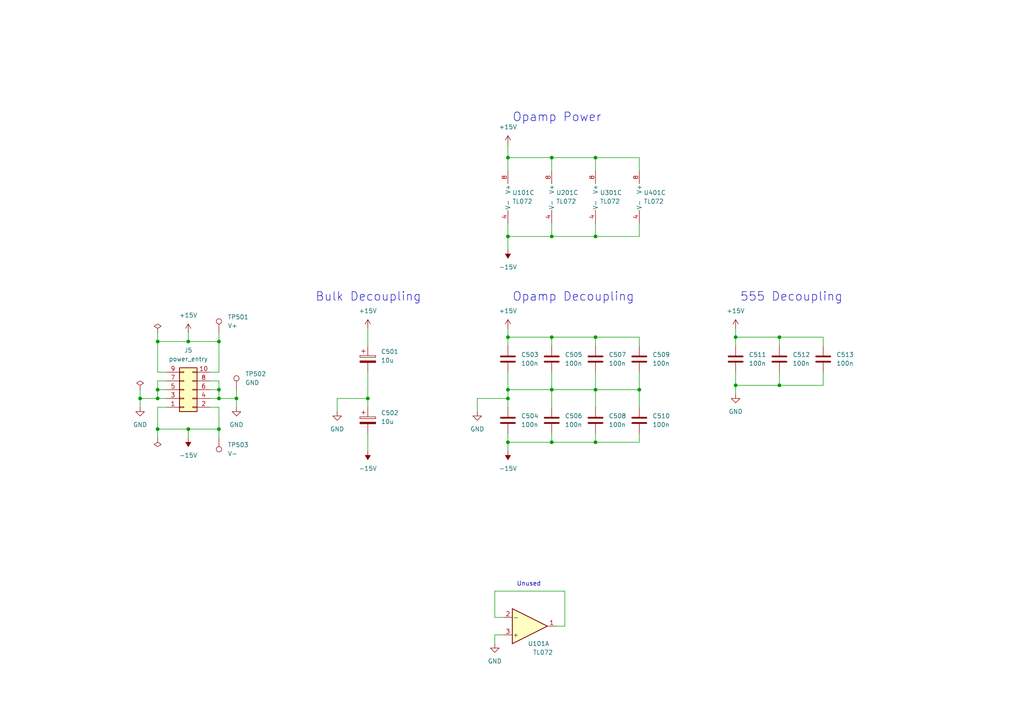
<source format=kicad_sch>
(kicad_sch (version 20211123) (generator eeschema)
  (paper "A4")
  (title_block (title "Josh Ox Ribbon Synth ADSR board") (date "2022-06-16") (rev "0") (comment 2 "creativecommons.org/licences/by/4.0") (comment 3 "license: CC by 4.0") (comment 4 "Author: Jordan Aceto"))
  (lib_symbols
    (symbol "Amplifier_Operational:TL072" (pin_names (offset 0.127))
      (property "Reference" "U" (at 0 5.08 0))
      (property "Value" "TL072" (at 0 -5.08 0))
      (symbol "TL072_1_1"
        (polyline (pts (xy -5.08 5.08) (xy 5.08 0) (xy -5.08 -5.08) (xy -5.08 5.08)) (stroke (width 0.254)) (fill (type background)))
        (pin output line (at 7.62 0 180) (length 2.54) (name "~") (number "1"))
        (pin input line (at -7.62 -2.54 0) (length 2.54) (name "-") (number "2"))
        (pin input line (at -7.62 2.54 0) (length 2.54) (name "+") (number "3"))
      )
      (symbol "TL072_2_1"
        (polyline (pts (xy -5.08 5.08) (xy 5.08 0) (xy -5.08 -5.08) (xy -5.08 5.08)) (stroke (width 0.254)) (fill (type background)))
        (pin input line (at -7.62 2.54 0) (length 2.54) (name "+") (number "5"))
        (pin input line (at -7.62 -2.54 0) (length 2.54) (name "-") (number "6"))
        (pin output line (at 7.62 0 180) (length 2.54) (name "~") (number "7"))
      )
      (symbol "TL072_3_1"
        (pin power_in line (at -2.54 -7.62 90) (length 3.81) (name "V-") (number "4"))
        (pin power_in line (at -2.54 7.62 270) (length 3.81) (name "V+") (number "8"))
      )
    )
    (symbol "Connector:TestPoint" (pin_numbers hide) (pin_names (offset 0.762) hide)
      (property "Reference" "TP" (at 0 6.858 0))
      (property "Value" "TestPoint" (at 0 5.08 0))
      (symbol "TestPoint_0_1"
        (circle (center 0 3.302) (radius 0.762))
      )
      (symbol "TestPoint_1_1"
        (pin passive line (at 0 0 90) (length 2.54) (name "1") (number "1"))
      )
    )
    (symbol "Connector_Generic:Conn_02x05_Odd_Even" (pin_names (offset 1.016) hide)
      (property "Reference" "J" (at 1.27 7.62 0))
      (property "Value" "Conn_02x05_Odd_Even" (at 1.27 -7.62 0))
      (symbol "Conn_02x05_Odd_Even_1_1"
        (rectangle (start -1.27 -4.953) (end 0 -5.207) (stroke (width 0.1524)))
        (rectangle (start -1.27 -2.413) (end 0 -2.667) (stroke (width 0.1524)))
        (rectangle (start -1.27 0.127) (end 0 -0.127) (stroke (width 0.1524)))
        (rectangle (start -1.27 2.667) (end 0 2.413) (stroke (width 0.1524)))
        (rectangle (start -1.27 5.207) (end 0 4.953) (stroke (width 0.1524)))
        (rectangle (start -1.27 6.35) (end 3.81 -6.35) (stroke (width 0.254)) (fill (type background)))
        (rectangle (start 3.81 -4.953) (end 2.54 -5.207) (stroke (width 0.1524)))
        (rectangle (start 3.81 -2.413) (end 2.54 -2.667) (stroke (width 0.1524)))
        (rectangle (start 3.81 0.127) (end 2.54 -0.127) (stroke (width 0.1524)))
        (rectangle (start 3.81 2.667) (end 2.54 2.413) (stroke (width 0.1524)))
        (rectangle (start 3.81 5.207) (end 2.54 4.953) (stroke (width 0.1524)))
        (pin passive line (at -5.08 5.08 0) (length 3.81) (name "Pin_1") (number "1"))
        (pin passive line (at 7.62 -5.08 180) (length 3.81) (name "Pin_10") (number "10"))
        (pin passive line (at 7.62 5.08 180) (length 3.81) (name "Pin_2") (number "2"))
        (pin passive line (at -5.08 2.54 0) (length 3.81) (name "Pin_3") (number "3"))
        (pin passive line (at 7.62 2.54 180) (length 3.81) (name "Pin_4") (number "4"))
        (pin passive line (at -5.08 0 0) (length 3.81) (name "Pin_5") (number "5"))
        (pin passive line (at 7.62 0 180) (length 3.81) (name "Pin_6") (number "6"))
        (pin passive line (at -5.08 -2.54 0) (length 3.81) (name "Pin_7") (number "7"))
        (pin passive line (at 7.62 -2.54 180) (length 3.81) (name "Pin_8") (number "8"))
        (pin passive line (at -5.08 -5.08 0) (length 3.81) (name "Pin_9") (number "9"))
      )
    )
    (symbol "Device:C" (pin_numbers hide) (pin_names (offset 0.254))
      (property "Reference" "C" (at 0.635 2.54 0))
      (property "Value" "C" (at 0.635 -2.54 0))
      (symbol "C_0_1"
        (polyline (pts (xy -2.032 -0.762) (xy 2.032 -0.762)) (stroke (width 0.508)))
        (polyline (pts (xy -2.032 0.762) (xy 2.032 0.762)) (stroke (width 0.508)))
      )
      (symbol "C_1_1"
        (pin passive line (at 0 3.81 270) (length 2.794) (name "~") (number "1"))
        (pin passive line (at 0 -3.81 90) (length 2.794) (name "~") (number "2"))
      )
    )
    (symbol "Device:C_Polarized" (pin_numbers hide) (pin_names (offset 0.254))
      (property "Reference" "C" (at 0.635 2.54 0))
      (property "Value" "C_Polarized" (at 0.635 -2.54 0))
      (symbol "C_Polarized_0_1"
        (rectangle (start -2.286 0.508) (end 2.286 1.016))
        (polyline (pts (xy -1.778 2.286) (xy -0.762 2.286)))
        (polyline (pts (xy -1.27 2.794) (xy -1.27 1.778)))
        (rectangle (start 2.286 -0.508) (end -2.286 -1.016) (fill (type outline)))
      )
      (symbol "C_Polarized_1_1"
        (pin passive line (at 0 3.81 270) (length 2.794) (name "~") (number "1"))
        (pin passive line (at 0 -3.81 90) (length 2.794) (name "~") (number "2"))
      )
    )
    (symbol "power:+15V" (power) (pin_names (offset 0))
      (property "Value" "+15V" (at 0 3.556 0))
      (symbol "+15V_0_1"
        (polyline (pts (xy -0.762 1.27) (xy 0 2.54)))
        (polyline (pts (xy 0 0) (xy 0 2.54)))
        (polyline (pts (xy 0 2.54) (xy 0.762 1.27)))
      )
      (symbol "+15V_1_1"
        (pin power_in line (at 0 0 90) (length 0) hide (name "+15V") (number "1"))
      )
    )
    (symbol "power:-15V" (power) (pin_names (offset 0))
      (property "Value" "-15V" (at 0 3.81 0))
      (symbol "-15V_0_0"
        (pin power_in line (at 0 0 90) (length 0) hide (name "-15V") (number "1"))
      )
      (symbol "-15V_0_1"
        (polyline (pts (xy 0 0) (xy 0 1.27) (xy 0.762 1.27) (xy 0 2.54) (xy -0.762 1.27) (xy 0 1.27)) (fill (type outline)))
      )
    )
    (symbol "power:GND" (power) (pin_names (offset 0))
      (property "Value" "GND" (at 0 -3.81 0))
      (symbol "GND_0_1"
        (polyline (pts (xy 0 0) (xy 0 -1.27) (xy 1.27 -1.27) (xy 0 -2.54) (xy -1.27 -1.27) (xy 0 -1.27)))
      )
      (symbol "GND_1_1"
        (pin power_in line (at 0 0 270) (length 0) hide (name "GND") (number "1"))
      )
    )
    (symbol "power:PWR_FLAG" (power) (pin_numbers hide) (pin_names (offset 0) hide)
      (property "Value" "PWR_FLAG" (at 0 3.81 0))
      (symbol "PWR_FLAG_0_0"
        (pin power_out line (at 0 0 90) (length 0) (name "pwr") (number "1"))
      )
      (symbol "PWR_FLAG_0_1"
        (polyline (pts (xy 0 0) (xy 0 1.27) (xy -1.016 1.905) (xy 0 2.54) (xy 1.016 1.905) (xy 0 1.27)))
      )
    )
  )
  (junction (at 54.61 124.46))
  (junction (at 147.32 115.57))
  (junction (at 147.32 128.27))
  (junction (at 226.06 97.79))
  (junction (at 160.02 97.79))
  (junction (at 45.72 99.06))
  (junction (at 45.72 124.46))
  (junction (at 68.58 115.57))
  (junction (at 54.61 99.06))
  (junction (at 147.32 113.03))
  (junction (at 213.36 97.79))
  (junction (at 40.64 115.57))
  (junction (at 160.02 128.27))
  (junction (at 63.5 115.57))
  (junction (at 213.36 111.76))
  (junction (at 160.02 113.03))
  (junction (at 45.72 115.57))
  (junction (at 226.06 111.76))
  (junction (at 63.5 113.03))
  (junction (at 147.32 45.72))
  (junction (at 172.72 113.03))
  (junction (at 63.5 124.46))
  (junction (at 160.02 68.58))
  (junction (at 172.72 97.79))
  (junction (at 185.42 113.03))
  (junction (at 160.02 45.72))
  (junction (at 147.32 97.79))
  (junction (at 172.72 68.58))
  (junction (at 106.68 115.57))
  (junction (at 172.72 45.72))
  (junction (at 63.5 99.06))
  (junction (at 147.32 68.58))
  (junction (at 172.72 128.27))
  (junction (at 45.72 113.03))
  (wire (pts (xy 226.06 100.33) (xy 226.06 97.79)))
  (wire (pts (xy 185.42 113.03) (xy 185.42 118.11)))
  (wire (pts (xy 60.96 113.03) (xy 63.5 113.03)))
  (wire (pts (xy 160.02 100.33) (xy 160.02 97.79)))
  (wire (pts (xy 48.26 115.57) (xy 45.72 115.57)))
  (wire (pts (xy 106.68 115.57) (xy 106.68 118.11)))
  (wire (pts (xy 226.06 111.76) (xy 238.76 111.76)))
  (wire (pts (xy 147.32 41.91) (xy 147.32 45.72)))
  (wire (pts (xy 160.02 64.77) (xy 160.02 68.58)))
  (wire (pts (xy 63.5 113.03) (xy 63.5 110.49)))
  (wire (pts (xy 146.05 179.07) (xy 143.51 179.07)))
  (wire (pts (xy 172.72 125.73) (xy 172.72 128.27)))
  (wire (pts (xy 40.64 113.03) (xy 40.64 115.57)))
  (wire (pts (xy 147.32 107.95) (xy 147.32 113.03)))
  (wire (pts (xy 147.32 125.73) (xy 147.32 128.27)))
  (wire (pts (xy 138.43 115.57) (xy 147.32 115.57)))
  (wire (pts (xy 97.79 119.38) (xy 97.79 115.57)))
  (wire (pts (xy 45.72 113.03) (xy 48.26 113.03)))
  (wire (pts (xy 160.02 45.72) (xy 147.32 45.72)))
  (wire (pts (xy 160.02 45.72) (xy 160.02 49.53)))
  (wire (pts (xy 45.72 110.49) (xy 45.72 113.03)))
  (wire (pts (xy 45.72 107.95) (xy 48.26 107.95)))
  (wire (pts (xy 48.26 118.11) (xy 45.72 118.11)))
  (wire (pts (xy 68.58 115.57) (xy 63.5 115.57)))
  (wire (pts (xy 213.36 107.95) (xy 213.36 111.76)))
  (wire (pts (xy 147.32 64.77) (xy 147.32 68.58)))
  (wire (pts (xy 185.42 107.95) (xy 185.42 113.03)))
  (wire (pts (xy 138.43 119.38) (xy 138.43 115.57)))
  (wire (pts (xy 147.32 45.72) (xy 147.32 49.53)))
  (wire (pts (xy 172.72 45.72) (xy 185.42 45.72)))
  (wire (pts (xy 160.02 113.03) (xy 172.72 113.03)))
  (wire (pts (xy 63.5 99.06) (xy 54.61 99.06)))
  (wire (pts (xy 238.76 111.76) (xy 238.76 107.95)))
  (wire (pts (xy 54.61 99.06) (xy 45.72 99.06)))
  (wire (pts (xy 40.64 118.11) (xy 40.64 115.57)))
  (wire (pts (xy 63.5 107.95) (xy 63.5 99.06)))
  (wire (pts (xy 226.06 111.76) (xy 213.36 111.76)))
  (wire (pts (xy 213.36 114.3) (xy 213.36 111.76)))
  (wire (pts (xy 213.36 97.79) (xy 213.36 100.33)))
  (wire (pts (xy 68.58 113.03) (xy 68.58 115.57)))
  (wire (pts (xy 147.32 95.25) (xy 147.32 97.79)))
  (wire (pts (xy 45.72 110.49) (xy 48.26 110.49)))
  (wire (pts (xy 63.5 118.11) (xy 60.96 118.11)))
  (wire (pts (xy 54.61 96.52) (xy 54.61 99.06)))
  (wire (pts (xy 147.32 128.27) (xy 160.02 128.27)))
  (wire (pts (xy 172.72 45.72) (xy 172.72 49.53)))
  (wire (pts (xy 213.36 95.25) (xy 213.36 97.79)))
  (wire (pts (xy 226.06 111.76) (xy 226.06 107.95)))
  (wire (pts (xy 45.72 118.11) (xy 45.72 124.46)))
  (wire (pts (xy 163.83 181.61) (xy 161.29 181.61)))
  (wire (pts (xy 172.72 68.58) (xy 172.72 64.77)))
  (wire (pts (xy 147.32 128.27) (xy 147.32 130.81)))
  (wire (pts (xy 63.5 115.57) (xy 63.5 113.03)))
  (wire (pts (xy 160.02 128.27) (xy 160.02 125.73)))
  (wire (pts (xy 160.02 97.79) (xy 147.32 97.79)))
  (wire (pts (xy 160.02 113.03) (xy 160.02 107.95)))
  (wire (pts (xy 172.72 113.03) (xy 172.72 118.11)))
  (wire (pts (xy 63.5 96.52) (xy 63.5 99.06)))
  (wire (pts (xy 54.61 124.46) (xy 63.5 124.46)))
  (wire (pts (xy 143.51 171.45) (xy 163.83 171.45)))
  (wire (pts (xy 238.76 97.79) (xy 238.76 100.33)))
  (wire (pts (xy 106.68 95.25) (xy 106.68 100.33)))
  (wire (pts (xy 45.72 96.52) (xy 45.72 99.06)))
  (wire (pts (xy 160.02 118.11) (xy 160.02 113.03)))
  (wire (pts (xy 147.32 115.57) (xy 147.32 118.11)))
  (wire (pts (xy 163.83 171.45) (xy 163.83 181.61)))
  (wire (pts (xy 45.72 113.03) (xy 45.72 115.57)))
  (wire (pts (xy 160.02 68.58) (xy 147.32 68.58)))
  (wire (pts (xy 226.06 97.79) (xy 213.36 97.79)))
  (wire (pts (xy 40.64 115.57) (xy 45.72 115.57)))
  (wire (pts (xy 68.58 118.11) (xy 68.58 115.57)))
  (wire (pts (xy 54.61 124.46) (xy 54.61 127)))
  (wire (pts (xy 172.72 107.95) (xy 172.72 113.03)))
  (wire (pts (xy 97.79 115.57) (xy 106.68 115.57)))
  (wire (pts (xy 143.51 184.15) (xy 143.51 186.69)))
  (wire (pts (xy 60.96 107.95) (xy 63.5 107.95)))
  (wire (pts (xy 160.02 128.27) (xy 172.72 128.27)))
  (wire (pts (xy 172.72 68.58) (xy 160.02 68.58)))
  (wire (pts (xy 172.72 97.79) (xy 172.72 100.33)))
  (wire (pts (xy 143.51 184.15) (xy 146.05 184.15)))
  (wire (pts (xy 45.72 124.46) (xy 54.61 124.46)))
  (wire (pts (xy 172.72 97.79) (xy 185.42 97.79)))
  (wire (pts (xy 60.96 115.57) (xy 63.5 115.57)))
  (wire (pts (xy 226.06 97.79) (xy 238.76 97.79)))
  (wire (pts (xy 60.96 110.49) (xy 63.5 110.49)))
  (wire (pts (xy 172.72 68.58) (xy 185.42 68.58)))
  (wire (pts (xy 106.68 125.73) (xy 106.68 130.81)))
  (wire (pts (xy 185.42 125.73) (xy 185.42 128.27)))
  (wire (pts (xy 172.72 113.03) (xy 185.42 113.03)))
  (wire (pts (xy 185.42 45.72) (xy 185.42 49.53)))
  (wire (pts (xy 185.42 97.79) (xy 185.42 100.33)))
  (wire (pts (xy 63.5 124.46) (xy 63.5 118.11)))
  (wire (pts (xy 160.02 97.79) (xy 172.72 97.79)))
  (wire (pts (xy 45.72 127) (xy 45.72 124.46)))
  (wire (pts (xy 160.02 113.03) (xy 147.32 113.03)))
  (wire (pts (xy 106.68 107.95) (xy 106.68 115.57)))
  (wire (pts (xy 185.42 64.77) (xy 185.42 68.58)))
  (wire (pts (xy 147.32 72.39) (xy 147.32 68.58)))
  (wire (pts (xy 143.51 179.07) (xy 143.51 171.45)))
  (wire (pts (xy 172.72 128.27) (xy 185.42 128.27)))
  (wire (pts (xy 172.72 45.72) (xy 160.02 45.72)))
  (wire (pts (xy 147.32 113.03) (xy 147.32 115.57)))
  (wire (pts (xy 45.72 99.06) (xy 45.72 107.95)))
  (wire (pts (xy 63.5 127) (xy 63.5 124.46)))
  (wire (pts (xy 147.32 97.79) (xy 147.32 100.33)))
  (text "Bulk Decoupling" (at 91.44 87.63 0) (effects (font (size 2.5 2.5)) (justify left bottom)))
  (text "Unused" (at 149.86 170.18 0) (effects (font (size 1.27 1.27)) (justify left bottom)))
  (text "Opamp Decoupling" (at 148.59 87.63 0) (effects (font (size 2.5 2.5)) (justify left bottom)))
  (text "555 Decoupling" (at 214.63 87.63 0) (effects (font (size 2.5 2.5)) (justify left bottom)))
  (text "Opamp Power" (at 148.59 35.56 0) (effects (font (size 2.5 2.5)) (justify left bottom)))
  (symbol (lib_id "power:PWR_FLAG") (at 45.72 127 180) (unit 1)
    (property "Reference" "#FLG0503" (effects hide))
    (property "Value" "PWR_FLAG" (effects hide))
  )
  (symbol (lib_id "Amplifier_Operational:TL072") (at 187.96 57.15 0) (unit 3)
    (property "Reference" "U401" (at 186.69 55.8799 0) (effects (justify left)))
    (property "Value" "TL072" (at 186.69 58.4199 0) (effects (justify left)))
    (property "Footprint" "Package_SO:SO-8_5.3x6.2mm_P1.27mm" (effects hide))
    (property "Datasheet" "http://www.ti.com/lit/ds/symlink/tl071.pdf" (effects hide))
  )
  (symbol (lib_id "Amplifier_Operational:TL072") (at 153.67 181.61 0) (mirror x) (unit 1)
    (property "Reference" "U101" (at 156.21 186.69 0))
    (property "Value" "TL072" (at 157.48 189.23 0))
    (property "Footprint" "Package_SO:SO-8_5.3x6.2mm_P1.27mm" (effects hide))
    (property "Datasheet" "http://www.ti.com/lit/ds/symlink/tl071.pdf" (effects hide))
  )
  (symbol (lib_id "Device:C") (at 172.72 121.92 0) (unit 1)
    (property "Reference" "C508" (at 176.53 120.6499 0) (effects (justify left)))
    (property "Value" "100n" (at 176.53 123.1899 0) (effects (justify left)))
    (property "Footprint" "Capacitor_SMD:C_0805_2012Metric" (effects hide))
  )
  (symbol (lib_id "power:-15V") (at 54.61 127 180) (unit 1)
    (property "Reference" "#PWR0512" (effects hide))
    (property "Value" "-15V" (at 54.61 132.08 0))
  )
  (symbol (lib_id "Device:C_Polarized") (at 106.68 104.14 0) (unit 1)
    (property "Reference" "C501" (at 110.49 101.9809 0) (effects (justify left)))
    (property "Value" "10u" (at 110.49 104.5209 0) (effects (justify left)))
    (property "Footprint" "Capacitor_THT:CP_Radial_D6.3mm_P2.50mm" (effects hide))
  )
  (symbol (lib_id "power:GND") (at 213.36 114.3 0) (unit 1)
    (property "Reference" "#PWR0507" (effects hide))
    (property "Value" "GND" (at 213.36 119.38 0))
  )
  (symbol (lib_id "power:GND") (at 138.43 119.38 0) (unit 1)
    (property "Reference" "#PWR0511" (effects hide))
    (property "Value" "GND" (at 138.43 124.46 0))
  )
  (symbol (lib_id "power:+15V") (at 213.36 95.25 0) (unit 1)
    (property "Reference" "#PWR0505" (effects hide))
    (property "Value" "+15V" (at 213.36 90.17 0))
  )
  (symbol (lib_id "Device:C") (at 185.42 121.92 0) (unit 1)
    (property "Reference" "C510" (at 189.23 120.6499 0) (effects (justify left)))
    (property "Value" "100n" (at 189.23 123.1899 0) (effects (justify left)))
    (property "Footprint" "Capacitor_SMD:C_0805_2012Metric" (effects hide))
  )
  (symbol (lib_id "power:PWR_FLAG") (at 40.64 113.03 0) (unit 1)
    (property "Reference" "#FLG0502" (effects hide))
    (property "Value" "PWR_FLAG" (effects hide))
  )
  (symbol (lib_id "Device:C") (at 147.32 104.14 0) (unit 1)
    (property "Reference" "C503" (at 151.13 102.8699 0) (effects (justify left)))
    (property "Value" "100n" (at 151.13 105.4099 0) (effects (justify left)))
    (property "Footprint" "Capacitor_SMD:C_0805_2012Metric" (effects hide))
  )
  (symbol (lib_id "power:+15V") (at 54.61 96.52 0) (unit 1)
    (property "Reference" "#PWR0506" (effects hide))
    (property "Value" "+15V" (at 54.61 91.44 0))
  )
  (symbol (lib_id "Connector:TestPoint") (at 68.58 113.03 0) (unit 1) (in_bom no)
    (property "Reference" "TP502" (at 71.12 108.4579 0) (effects (justify left)))
    (property "Value" "GND" (at 71.12 110.9979 0) (effects (justify left)))
    (property "Footprint" "TestPoint:TestPoint_Bridge_Pitch7.62mm_Drill1.3mm" (effects hide))
  )
  (symbol (lib_id "Amplifier_Operational:TL072") (at 162.56 57.15 0) (unit 3)
    (property "Reference" "U201" (at 161.29 55.8799 0) (effects (justify left)))
    (property "Value" "TL072" (at 161.29 58.4199 0) (effects (justify left)))
    (property "Footprint" "Package_SO:SO-8_5.3x6.2mm_P1.27mm" (effects hide))
    (property "Datasheet" "http://www.ti.com/lit/ds/symlink/tl071.pdf" (effects hide))
  )
  (symbol (lib_id "Device:C") (at 226.06 104.14 0) (unit 1)
    (property "Reference" "C512" (at 229.87 102.8699 0) (effects (justify left)))
    (property "Value" "100n" (at 229.87 105.4099 0) (effects (justify left)))
    (property "Footprint" "Capacitor_SMD:C_0805_2012Metric" (effects hide))
  )
  (symbol (lib_id "power:GND") (at 40.64 118.11 0) (mirror y) (unit 1)
    (property "Reference" "#PWR0508" (effects hide))
    (property "Value" "GND" (at 40.64 123.19 0))
  )
  (symbol (lib_id "Device:C") (at 213.36 104.14 0) (unit 1)
    (property "Reference" "C511" (at 217.17 102.8699 0) (effects (justify left)))
    (property "Value" "100n" (at 217.17 105.4099 0) (effects (justify left)))
    (property "Footprint" "Capacitor_SMD:C_0805_2012Metric" (effects hide))
  )
  (symbol (lib_id "power:-15V") (at 147.32 72.39 180) (unit 1)
    (property "Reference" "#PWR0502" (effects hide))
    (property "Value" "-15V" (at 147.32 77.47 0))
  )
  (symbol (lib_id "Connector:TestPoint") (at 63.5 127 180) (unit 1) (in_bom no)
    (property "Reference" "TP503" (at 66.04 129.0319 0) (effects (justify right)))
    (property "Value" "V-" (at 66.04 131.5719 0) (effects (justify right)))
    (property "Footprint" "TestPoint:TestPoint_Keystone_5000-5004_Miniature" (effects hide))
  )
  (symbol (lib_id "power:-15V") (at 147.32 130.81 180) (unit 1)
    (property "Reference" "#PWR0514" (effects hide))
    (property "Value" "-15V" (at 147.32 135.89 0))
  )
  (symbol (lib_id "power:+15V") (at 147.32 41.91 0) (unit 1)
    (property "Reference" "#PWR0501" (effects hide))
    (property "Value" "+15V" (at 147.32 36.83 0))
  )
  (symbol (lib_id "Device:C_Polarized") (at 106.68 121.92 0) (unit 1)
    (property "Reference" "C502" (at 110.49 119.7609 0) (effects (justify left)))
    (property "Value" "10u" (at 110.49 122.3009 0) (effects (justify left)))
    (property "Footprint" "Capacitor_THT:CP_Radial_D6.3mm_P2.50mm" (effects hide))
  )
  (symbol (lib_id "Connector:TestPoint") (at 63.5 96.52 0) (unit 1) (in_bom no)
    (property "Reference" "TP501" (at 66.04 91.9479 0) (effects (justify left)))
    (property "Value" "V+" (at 66.04 94.4879 0) (effects (justify left)))
    (property "Footprint" "TestPoint:TestPoint_Keystone_5000-5004_Miniature" (effects hide))
  )
  (symbol (lib_id "power:PWR_FLAG") (at 45.72 96.52 0) (unit 1)
    (property "Reference" "#FLG0501" (effects hide))
    (property "Value" "PWR_FLAG" (effects hide))
  )
  (symbol (lib_id "Device:C") (at 160.02 104.14 0) (unit 1)
    (property "Reference" "C505" (at 163.83 102.8699 0) (effects (justify left)))
    (property "Value" "100n" (at 163.83 105.4099 0) (effects (justify left)))
    (property "Footprint" "Capacitor_SMD:C_0805_2012Metric" (effects hide))
  )
  (symbol (lib_id "Device:C") (at 147.32 121.92 0) (unit 1)
    (property "Reference" "C504" (at 151.13 120.6499 0) (effects (justify left)))
    (property "Value" "100n" (at 151.13 123.1899 0) (effects (justify left)))
    (property "Footprint" "Capacitor_SMD:C_0805_2012Metric" (effects hide))
  )
  (symbol (lib_id "power:GND") (at 143.51 186.69 0) (unit 1)
    (property "Reference" "#PWR0515" (effects hide))
    (property "Value" "GND" (at 143.51 191.77 0))
  )
  (symbol (lib_id "Device:C") (at 238.76 104.14 0) (unit 1)
    (property "Reference" "C513" (at 242.57 102.8699 0) (effects (justify left)))
    (property "Value" "100n" (at 242.57 105.4099 0) (effects (justify left)))
    (property "Footprint" "Capacitor_SMD:C_0805_2012Metric" (effects hide))
  )
  (symbol (lib_id "Device:C") (at 172.72 104.14 0) (unit 1)
    (property "Reference" "C507" (at 176.53 102.8699 0) (effects (justify left)))
    (property "Value" "100n" (at 176.53 105.4099 0) (effects (justify left)))
    (property "Footprint" "Capacitor_SMD:C_0805_2012Metric" (effects hide))
  )
  (symbol (lib_id "power:GND") (at 68.58 118.11 0) (unit 1)
    (property "Reference" "#PWR0509" (effects hide))
    (property "Value" "GND" (at 68.58 123.19 0))
  )
  (symbol (lib_id "power:+15V") (at 147.32 95.25 0) (unit 1)
    (property "Reference" "#PWR0504" (effects hide))
    (property "Value" "+15V" (at 147.32 90.17 0))
  )
  (symbol (lib_id "power:+15V") (at 106.68 95.25 0) (unit 1)
    (property "Reference" "#PWR0503" (effects hide))
    (property "Value" "+15V" (at 106.68 90.17 0))
  )
  (symbol (lib_id "Amplifier_Operational:TL072") (at 149.86 57.15 0) (unit 3)
    (property "Reference" "U101" (at 148.59 55.8799 0) (effects (justify left)))
    (property "Value" "TL072" (at 148.59 58.4199 0) (effects (justify left)))
    (property "Footprint" "Package_SO:SO-8_5.3x6.2mm_P1.27mm" (effects hide))
    (property "Datasheet" "http://www.ti.com/lit/ds/symlink/tl071.pdf" (effects hide))
  )
  (symbol (lib_id "Device:C") (at 160.02 121.92 0) (unit 1)
    (property "Reference" "C506" (at 163.83 120.6499 0) (effects (justify left)))
    (property "Value" "100n" (at 163.83 123.1899 0) (effects (justify left)))
    (property "Footprint" "Capacitor_SMD:C_0805_2012Metric" (effects hide))
  )
  (symbol (lib_id "power:-15V") (at 106.68 130.81 180) (unit 1)
    (property "Reference" "#PWR0513" (effects hide))
    (property "Value" "-15V" (at 106.68 135.89 0))
  )
  (symbol (lib_id "Connector_Generic:Conn_02x05_Odd_Even") (at 53.34 113.03 0) (mirror x) (unit 1)
    (property "Reference" "J5" (at 54.61 101.6 0))
    (property "Value" "power_entry" (at 54.61 104.14 0))
    (property "Footprint" "Connector_IDC:IDC-Header_2x05_P2.54mm_Vertical" (effects hide))
  )
  (symbol (lib_id "Amplifier_Operational:TL072") (at 175.26 57.15 0) (unit 3)
    (property "Reference" "U301" (at 173.99 55.8799 0) (effects (justify left)))
    (property "Value" "TL072" (at 173.99 58.4199 0) (effects (justify left)))
    (property "Footprint" "Package_SO:SO-8_5.3x6.2mm_P1.27mm" (effects hide))
    (property "Datasheet" "http://www.ti.com/lit/ds/symlink/tl071.pdf" (effects hide))
  )
  (symbol (lib_id "power:GND") (at 97.79 119.38 0) (unit 1)
    (property "Reference" "#PWR0510" (effects hide))
    (property "Value" "GND" (at 97.79 124.46 0))
  )
  (symbol (lib_id "Device:C") (at 185.42 104.14 0) (unit 1)
    (property "Reference" "C509" (at 189.23 102.8699 0) (effects (justify left)))
    (property "Value" "100n" (at 189.23 105.4099 0) (effects (justify left)))
    (property "Footprint" "Capacitor_SMD:C_0805_2012Metric" (effects hide))
  )
)
</source>
